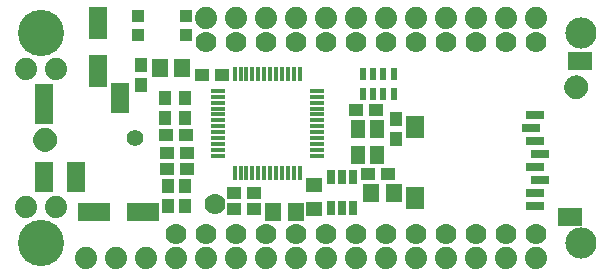
<source format=gbr>
G04 EAGLE Gerber RS-274X export*
G75*
%MOMM*%
%FSLAX34Y34*%
%LPD*%
%INSoldermask Top*%
%IPPOS*%
%AMOC8*
5,1,8,0,0,1.08239X$1,22.5*%
G01*
%ADD10R,1.200000X0.400000*%
%ADD11R,0.400000X1.200000*%
%ADD12R,0.651600X1.301600*%
%ADD13R,2.001600X1.501600*%
%ADD14R,1.501600X1.901600*%
%ADD15R,1.601600X0.801600*%
%ADD16R,1.341600X1.601600*%
%ADD17R,1.301600X1.501600*%
%ADD18R,1.176600X1.101600*%
%ADD19R,1.101600X1.176600*%
%ADD20R,1.401600X1.301600*%
%ADD21C,1.101600*%
%ADD22C,0.500000*%
%ADD23R,0.551600X1.001600*%
%ADD24R,1.501600X2.701600*%
%ADD25R,2.701600X1.501600*%
%ADD26C,2.641600*%
%ADD27C,3.911600*%
%ADD28C,1.879600*%
%ADD29R,1.601600X2.601600*%
%ADD30R,1.601600X3.501600*%
%ADD31C,1.401600*%
%ADD32C,1.778000*%
%ADD33R,1.001600X1.001600*%


D10*
X175170Y99500D03*
X175170Y104500D03*
X175170Y109500D03*
X175170Y114500D03*
X175170Y119500D03*
X175170Y124500D03*
X175170Y129500D03*
X175170Y134500D03*
X175170Y139500D03*
X175170Y144500D03*
X175170Y149500D03*
X175170Y154500D03*
X259170Y99500D03*
X259170Y104500D03*
X259170Y109500D03*
X259170Y114500D03*
X259170Y119500D03*
X259170Y124500D03*
X259170Y129500D03*
X259170Y134500D03*
X259170Y139500D03*
X259170Y144500D03*
X259170Y149500D03*
X259170Y154500D03*
D11*
X244670Y85000D03*
X239670Y85000D03*
X234670Y85000D03*
X229670Y85000D03*
X224670Y85000D03*
X219670Y85000D03*
X214670Y85000D03*
X209670Y85000D03*
X204670Y85000D03*
X199670Y85000D03*
X194670Y85000D03*
X189670Y85000D03*
X244670Y169000D03*
X239670Y169000D03*
X234670Y169000D03*
X229670Y169000D03*
X224670Y169000D03*
X219670Y169000D03*
X214670Y169000D03*
X209670Y169000D03*
X204670Y169000D03*
X199670Y169000D03*
X194670Y169000D03*
X189670Y169000D03*
D12*
X271170Y55580D03*
X280670Y55580D03*
X290170Y55580D03*
X290170Y81580D03*
X280670Y81580D03*
X271170Y81580D03*
D13*
X473220Y47815D03*
X482220Y179815D03*
D14*
X342220Y63815D03*
X342220Y123815D03*
D15*
X444220Y56815D03*
X444220Y67815D03*
X448220Y78815D03*
X444220Y89815D03*
X448220Y100815D03*
X444220Y111815D03*
X440220Y122815D03*
X444220Y133815D03*
D16*
X241275Y52070D03*
X222275Y52070D03*
X145390Y173990D03*
X126390Y173990D03*
D17*
X294260Y100125D03*
X294260Y122125D03*
X310260Y100125D03*
X310260Y122125D03*
D18*
X309744Y138430D03*
X292744Y138430D03*
X319650Y83820D03*
X302650Y83820D03*
D19*
X326390Y113420D03*
X326390Y130420D03*
D20*
X257175Y74930D03*
X257175Y54610D03*
D18*
X149470Y101600D03*
X132470Y101600D03*
X205985Y54610D03*
X188985Y54610D03*
X178680Y167640D03*
X161680Y167640D03*
D16*
X324206Y67818D03*
X305206Y67818D03*
D19*
X147320Y73905D03*
X147320Y56905D03*
X147320Y148200D03*
X147320Y131200D03*
X133350Y73905D03*
X133350Y56905D03*
X130810Y148200D03*
X130810Y131200D03*
D18*
X188985Y67945D03*
X205985Y67945D03*
D19*
X110490Y176140D03*
X110490Y159140D03*
D18*
X132470Y88265D03*
X149470Y88265D03*
D21*
X29210Y113030D03*
D22*
X36710Y113030D02*
X36708Y113211D01*
X36701Y113392D01*
X36690Y113573D01*
X36675Y113754D01*
X36655Y113934D01*
X36631Y114114D01*
X36603Y114293D01*
X36570Y114471D01*
X36533Y114648D01*
X36492Y114825D01*
X36447Y115000D01*
X36397Y115175D01*
X36343Y115348D01*
X36285Y115519D01*
X36223Y115690D01*
X36156Y115858D01*
X36086Y116025D01*
X36012Y116191D01*
X35933Y116354D01*
X35851Y116515D01*
X35765Y116675D01*
X35675Y116832D01*
X35581Y116987D01*
X35484Y117140D01*
X35382Y117290D01*
X35278Y117438D01*
X35169Y117584D01*
X35058Y117726D01*
X34942Y117866D01*
X34824Y118003D01*
X34702Y118138D01*
X34577Y118269D01*
X34449Y118397D01*
X34318Y118522D01*
X34183Y118644D01*
X34046Y118762D01*
X33906Y118878D01*
X33764Y118989D01*
X33618Y119098D01*
X33470Y119202D01*
X33320Y119304D01*
X33167Y119401D01*
X33012Y119495D01*
X32855Y119585D01*
X32695Y119671D01*
X32534Y119753D01*
X32371Y119832D01*
X32205Y119906D01*
X32038Y119976D01*
X31870Y120043D01*
X31699Y120105D01*
X31528Y120163D01*
X31355Y120217D01*
X31180Y120267D01*
X31005Y120312D01*
X30828Y120353D01*
X30651Y120390D01*
X30473Y120423D01*
X30294Y120451D01*
X30114Y120475D01*
X29934Y120495D01*
X29753Y120510D01*
X29572Y120521D01*
X29391Y120528D01*
X29210Y120530D01*
X36710Y113030D02*
X36708Y112849D01*
X36701Y112668D01*
X36690Y112487D01*
X36675Y112306D01*
X36655Y112126D01*
X36631Y111946D01*
X36603Y111767D01*
X36570Y111589D01*
X36533Y111412D01*
X36492Y111235D01*
X36447Y111060D01*
X36397Y110885D01*
X36343Y110712D01*
X36285Y110541D01*
X36223Y110370D01*
X36156Y110202D01*
X36086Y110035D01*
X36012Y109869D01*
X35933Y109706D01*
X35851Y109545D01*
X35765Y109385D01*
X35675Y109228D01*
X35581Y109073D01*
X35484Y108920D01*
X35382Y108770D01*
X35278Y108622D01*
X35169Y108476D01*
X35058Y108334D01*
X34942Y108194D01*
X34824Y108057D01*
X34702Y107922D01*
X34577Y107791D01*
X34449Y107663D01*
X34318Y107538D01*
X34183Y107416D01*
X34046Y107298D01*
X33906Y107182D01*
X33764Y107071D01*
X33618Y106962D01*
X33470Y106858D01*
X33320Y106756D01*
X33167Y106659D01*
X33012Y106565D01*
X32855Y106475D01*
X32695Y106389D01*
X32534Y106307D01*
X32371Y106228D01*
X32205Y106154D01*
X32038Y106084D01*
X31870Y106017D01*
X31699Y105955D01*
X31528Y105897D01*
X31355Y105843D01*
X31180Y105793D01*
X31005Y105748D01*
X30828Y105707D01*
X30651Y105670D01*
X30473Y105637D01*
X30294Y105609D01*
X30114Y105585D01*
X29934Y105565D01*
X29753Y105550D01*
X29572Y105539D01*
X29391Y105532D01*
X29210Y105530D01*
X29029Y105532D01*
X28848Y105539D01*
X28667Y105550D01*
X28486Y105565D01*
X28306Y105585D01*
X28126Y105609D01*
X27947Y105637D01*
X27769Y105670D01*
X27592Y105707D01*
X27415Y105748D01*
X27240Y105793D01*
X27065Y105843D01*
X26892Y105897D01*
X26721Y105955D01*
X26550Y106017D01*
X26382Y106084D01*
X26215Y106154D01*
X26049Y106228D01*
X25886Y106307D01*
X25725Y106389D01*
X25565Y106475D01*
X25408Y106565D01*
X25253Y106659D01*
X25100Y106756D01*
X24950Y106858D01*
X24802Y106962D01*
X24656Y107071D01*
X24514Y107182D01*
X24374Y107298D01*
X24237Y107416D01*
X24102Y107538D01*
X23971Y107663D01*
X23843Y107791D01*
X23718Y107922D01*
X23596Y108057D01*
X23478Y108194D01*
X23362Y108334D01*
X23251Y108476D01*
X23142Y108622D01*
X23038Y108770D01*
X22936Y108920D01*
X22839Y109073D01*
X22745Y109228D01*
X22655Y109385D01*
X22569Y109545D01*
X22487Y109706D01*
X22408Y109869D01*
X22334Y110035D01*
X22264Y110202D01*
X22197Y110370D01*
X22135Y110541D01*
X22077Y110712D01*
X22023Y110885D01*
X21973Y111060D01*
X21928Y111235D01*
X21887Y111412D01*
X21850Y111589D01*
X21817Y111767D01*
X21789Y111946D01*
X21765Y112126D01*
X21745Y112306D01*
X21730Y112487D01*
X21719Y112668D01*
X21712Y112849D01*
X21710Y113030D01*
X21712Y113211D01*
X21719Y113392D01*
X21730Y113573D01*
X21745Y113754D01*
X21765Y113934D01*
X21789Y114114D01*
X21817Y114293D01*
X21850Y114471D01*
X21887Y114648D01*
X21928Y114825D01*
X21973Y115000D01*
X22023Y115175D01*
X22077Y115348D01*
X22135Y115519D01*
X22197Y115690D01*
X22264Y115858D01*
X22334Y116025D01*
X22408Y116191D01*
X22487Y116354D01*
X22569Y116515D01*
X22655Y116675D01*
X22745Y116832D01*
X22839Y116987D01*
X22936Y117140D01*
X23038Y117290D01*
X23142Y117438D01*
X23251Y117584D01*
X23362Y117726D01*
X23478Y117866D01*
X23596Y118003D01*
X23718Y118138D01*
X23843Y118269D01*
X23971Y118397D01*
X24102Y118522D01*
X24237Y118644D01*
X24374Y118762D01*
X24514Y118878D01*
X24656Y118989D01*
X24802Y119098D01*
X24950Y119202D01*
X25100Y119304D01*
X25253Y119401D01*
X25408Y119495D01*
X25565Y119585D01*
X25725Y119671D01*
X25886Y119753D01*
X26049Y119832D01*
X26215Y119906D01*
X26382Y119976D01*
X26550Y120043D01*
X26721Y120105D01*
X26892Y120163D01*
X27065Y120217D01*
X27240Y120267D01*
X27415Y120312D01*
X27592Y120353D01*
X27769Y120390D01*
X27947Y120423D01*
X28126Y120451D01*
X28306Y120475D01*
X28486Y120495D01*
X28667Y120510D01*
X28848Y120521D01*
X29029Y120528D01*
X29210Y120530D01*
D23*
X324150Y151520D03*
X324150Y168520D03*
X315150Y151520D03*
X307150Y151520D03*
X298150Y151520D03*
X298150Y168520D03*
X315150Y168520D03*
X307150Y168520D03*
D24*
X73660Y212270D03*
X73660Y171270D03*
D25*
X70940Y52070D03*
X111940Y52070D03*
D18*
X148200Y116840D03*
X131200Y116840D03*
D26*
X482600Y203200D03*
X482600Y25400D03*
D27*
X25400Y203200D03*
X25400Y25400D03*
D28*
X165100Y215900D03*
X190500Y215900D03*
X215900Y215900D03*
X241300Y215900D03*
X266700Y215900D03*
X292100Y215900D03*
X317500Y215900D03*
X342900Y215900D03*
X368300Y215900D03*
X393700Y215900D03*
X419100Y215900D03*
X444500Y215900D03*
X165100Y12700D03*
X190500Y12700D03*
X215900Y12700D03*
X241300Y12700D03*
X266700Y12700D03*
X292100Y12700D03*
X317500Y12700D03*
X342900Y12700D03*
X368300Y12700D03*
X393700Y12700D03*
X419100Y12700D03*
X444500Y12700D03*
X139700Y12700D03*
X114300Y12700D03*
X88900Y12700D03*
X63500Y12700D03*
D29*
X28000Y81300D03*
X93000Y148300D03*
X55000Y81300D03*
D30*
X28000Y143300D03*
D31*
X105000Y114300D03*
D32*
X165100Y195580D03*
X190500Y195580D03*
X215900Y195580D03*
X241300Y195580D03*
X266700Y195580D03*
X292100Y195580D03*
X317500Y195580D03*
X342900Y195580D03*
X368300Y195580D03*
X393700Y195580D03*
X419100Y195580D03*
X444500Y195580D03*
X444500Y33020D03*
X419100Y33020D03*
X393700Y33020D03*
X368300Y33020D03*
X342900Y33020D03*
X317500Y33020D03*
X292100Y33020D03*
X266700Y33020D03*
X241300Y33020D03*
X215900Y33020D03*
X190500Y33020D03*
X165100Y33020D03*
X139700Y33020D03*
D21*
X478790Y157480D03*
D22*
X478790Y164980D02*
X478609Y164978D01*
X478428Y164971D01*
X478247Y164960D01*
X478066Y164945D01*
X477886Y164925D01*
X477706Y164901D01*
X477527Y164873D01*
X477349Y164840D01*
X477172Y164803D01*
X476995Y164762D01*
X476820Y164717D01*
X476645Y164667D01*
X476472Y164613D01*
X476301Y164555D01*
X476130Y164493D01*
X475962Y164426D01*
X475795Y164356D01*
X475629Y164282D01*
X475466Y164203D01*
X475305Y164121D01*
X475145Y164035D01*
X474988Y163945D01*
X474833Y163851D01*
X474680Y163754D01*
X474530Y163652D01*
X474382Y163548D01*
X474236Y163439D01*
X474094Y163328D01*
X473954Y163212D01*
X473817Y163094D01*
X473682Y162972D01*
X473551Y162847D01*
X473423Y162719D01*
X473298Y162588D01*
X473176Y162453D01*
X473058Y162316D01*
X472942Y162176D01*
X472831Y162034D01*
X472722Y161888D01*
X472618Y161740D01*
X472516Y161590D01*
X472419Y161437D01*
X472325Y161282D01*
X472235Y161125D01*
X472149Y160965D01*
X472067Y160804D01*
X471988Y160641D01*
X471914Y160475D01*
X471844Y160308D01*
X471777Y160140D01*
X471715Y159969D01*
X471657Y159798D01*
X471603Y159625D01*
X471553Y159450D01*
X471508Y159275D01*
X471467Y159098D01*
X471430Y158921D01*
X471397Y158743D01*
X471369Y158564D01*
X471345Y158384D01*
X471325Y158204D01*
X471310Y158023D01*
X471299Y157842D01*
X471292Y157661D01*
X471290Y157480D01*
X478790Y164980D02*
X478971Y164978D01*
X479152Y164971D01*
X479333Y164960D01*
X479514Y164945D01*
X479694Y164925D01*
X479874Y164901D01*
X480053Y164873D01*
X480231Y164840D01*
X480408Y164803D01*
X480585Y164762D01*
X480760Y164717D01*
X480935Y164667D01*
X481108Y164613D01*
X481279Y164555D01*
X481450Y164493D01*
X481618Y164426D01*
X481785Y164356D01*
X481951Y164282D01*
X482114Y164203D01*
X482275Y164121D01*
X482435Y164035D01*
X482592Y163945D01*
X482747Y163851D01*
X482900Y163754D01*
X483050Y163652D01*
X483198Y163548D01*
X483344Y163439D01*
X483486Y163328D01*
X483626Y163212D01*
X483763Y163094D01*
X483898Y162972D01*
X484029Y162847D01*
X484157Y162719D01*
X484282Y162588D01*
X484404Y162453D01*
X484522Y162316D01*
X484638Y162176D01*
X484749Y162034D01*
X484858Y161888D01*
X484962Y161740D01*
X485064Y161590D01*
X485161Y161437D01*
X485255Y161282D01*
X485345Y161125D01*
X485431Y160965D01*
X485513Y160804D01*
X485592Y160641D01*
X485666Y160475D01*
X485736Y160308D01*
X485803Y160140D01*
X485865Y159969D01*
X485923Y159798D01*
X485977Y159625D01*
X486027Y159450D01*
X486072Y159275D01*
X486113Y159098D01*
X486150Y158921D01*
X486183Y158743D01*
X486211Y158564D01*
X486235Y158384D01*
X486255Y158204D01*
X486270Y158023D01*
X486281Y157842D01*
X486288Y157661D01*
X486290Y157480D01*
X486288Y157299D01*
X486281Y157118D01*
X486270Y156937D01*
X486255Y156756D01*
X486235Y156576D01*
X486211Y156396D01*
X486183Y156217D01*
X486150Y156039D01*
X486113Y155862D01*
X486072Y155685D01*
X486027Y155510D01*
X485977Y155335D01*
X485923Y155162D01*
X485865Y154991D01*
X485803Y154820D01*
X485736Y154652D01*
X485666Y154485D01*
X485592Y154319D01*
X485513Y154156D01*
X485431Y153995D01*
X485345Y153835D01*
X485255Y153678D01*
X485161Y153523D01*
X485064Y153370D01*
X484962Y153220D01*
X484858Y153072D01*
X484749Y152926D01*
X484638Y152784D01*
X484522Y152644D01*
X484404Y152507D01*
X484282Y152372D01*
X484157Y152241D01*
X484029Y152113D01*
X483898Y151988D01*
X483763Y151866D01*
X483626Y151748D01*
X483486Y151632D01*
X483344Y151521D01*
X483198Y151412D01*
X483050Y151308D01*
X482900Y151206D01*
X482747Y151109D01*
X482592Y151015D01*
X482435Y150925D01*
X482275Y150839D01*
X482114Y150757D01*
X481951Y150678D01*
X481785Y150604D01*
X481618Y150534D01*
X481450Y150467D01*
X481279Y150405D01*
X481108Y150347D01*
X480935Y150293D01*
X480760Y150243D01*
X480585Y150198D01*
X480408Y150157D01*
X480231Y150120D01*
X480053Y150087D01*
X479874Y150059D01*
X479694Y150035D01*
X479514Y150015D01*
X479333Y150000D01*
X479152Y149989D01*
X478971Y149982D01*
X478790Y149980D01*
X478609Y149982D01*
X478428Y149989D01*
X478247Y150000D01*
X478066Y150015D01*
X477886Y150035D01*
X477706Y150059D01*
X477527Y150087D01*
X477349Y150120D01*
X477172Y150157D01*
X476995Y150198D01*
X476820Y150243D01*
X476645Y150293D01*
X476472Y150347D01*
X476301Y150405D01*
X476130Y150467D01*
X475962Y150534D01*
X475795Y150604D01*
X475629Y150678D01*
X475466Y150757D01*
X475305Y150839D01*
X475145Y150925D01*
X474988Y151015D01*
X474833Y151109D01*
X474680Y151206D01*
X474530Y151308D01*
X474382Y151412D01*
X474236Y151521D01*
X474094Y151632D01*
X473954Y151748D01*
X473817Y151866D01*
X473682Y151988D01*
X473551Y152113D01*
X473423Y152241D01*
X473298Y152372D01*
X473176Y152507D01*
X473058Y152644D01*
X472942Y152784D01*
X472831Y152926D01*
X472722Y153072D01*
X472618Y153220D01*
X472516Y153370D01*
X472419Y153523D01*
X472325Y153678D01*
X472235Y153835D01*
X472149Y153995D01*
X472067Y154156D01*
X471988Y154319D01*
X471914Y154485D01*
X471844Y154652D01*
X471777Y154820D01*
X471715Y154991D01*
X471657Y155162D01*
X471603Y155335D01*
X471553Y155510D01*
X471508Y155685D01*
X471467Y155862D01*
X471430Y156039D01*
X471397Y156217D01*
X471369Y156396D01*
X471345Y156576D01*
X471325Y156756D01*
X471310Y156937D01*
X471299Y157118D01*
X471292Y157299D01*
X471290Y157480D01*
D28*
X38100Y172720D03*
X12700Y172720D03*
X38100Y55880D03*
X12700Y55880D03*
D32*
X172720Y59055D03*
D33*
X148770Y217550D03*
X148770Y201550D03*
X107770Y201550D03*
X107770Y217550D03*
M02*

</source>
